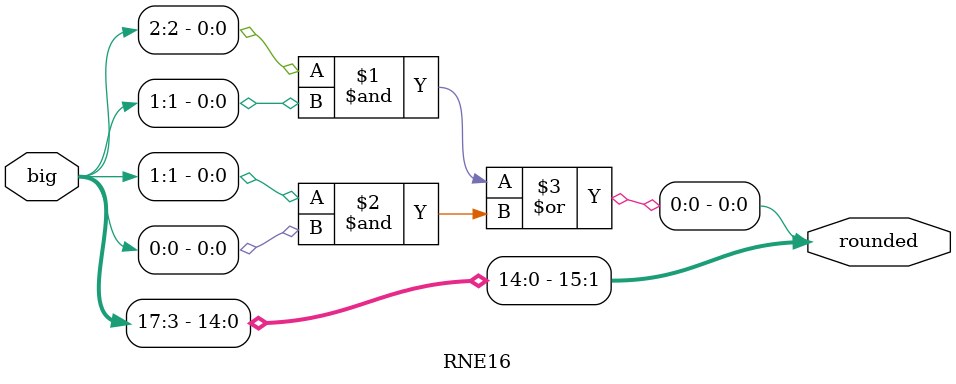
<source format=sv>
module RNE19(input logic[37:0] big,
            output logic [18:0] rounded);

    assign rounded[18:1] = big[37:19];
    assign rounded[0] = (big[18] & big[17]) | (big[17]&big[16]);


endmodule

module RNE18(input logic[17:0] big,
            output logic [14:0] rounded);

    assign rounded[14:1] = big[17:3];
    assign rounded[0] = (big[2] & big[1]) | (big[1] & big[0]);


endmodule

module RNE16(input logic[18:0] big,
            output logic [15:0] rounded);

    assign rounded[15:1] = big[18:3];
    assign rounded[0] = (big[2] & big[1]) | (big[1]&big[0]);

endmodule

</source>
